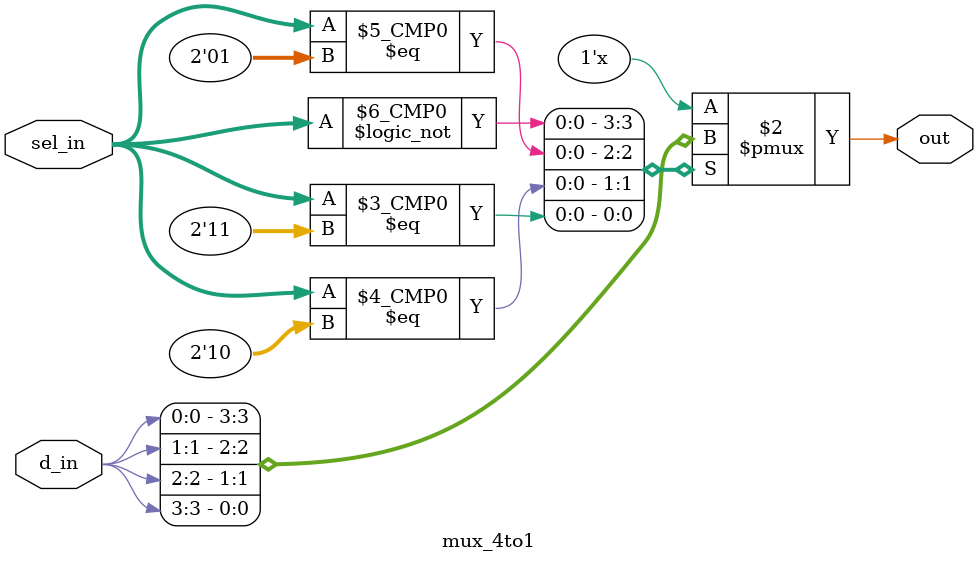
<source format=v>
`timescale 1ns / 1ps


module mux_4to1(
                input [3:0] d_in,
                input [1:0] sel_in,
                output reg out);
always@*
begin
     case(sel_in)
     2'b00: out= d_in[0];
     2'b01: out= d_in[1];
     2'b10: out= d_in[2];
     2'b11: out= d_in[3];
     default: out= d_in[0];
     endcase
end                    
endmodule

</source>
